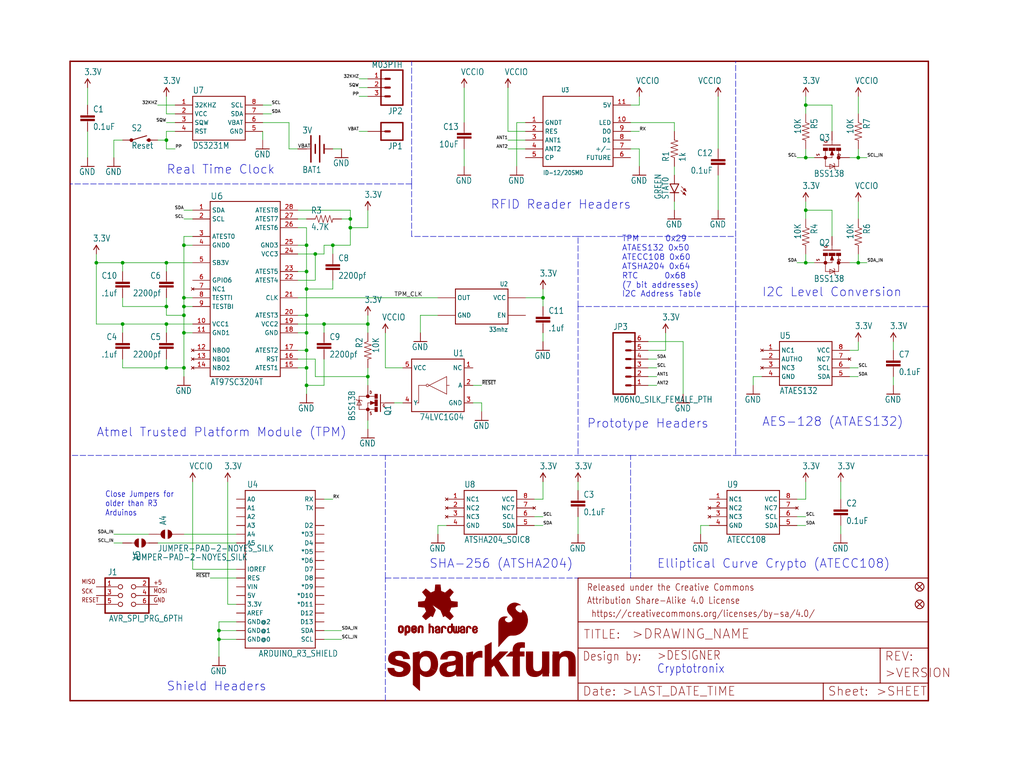
<source format=kicad_sch>
(kicad_sch (version 20211123) (generator eeschema)
  (paper "User" 297.002 223.926)
  (lib_symbols
    (symbol "eagleSchem-eagle-import:0.1UF-25V(+80{slash}-20%)(0603)"
      (property "Reference" "C" (at 1.524 2.921 0))
      (property "Value" "0.1UF-25V(+80{slash}-20%)(0603)" (at 1.524 -2.159 0))
      (symbol "0.1UF-25V(+80{slash}-20%)(0603)_1_0"
        (pin passive line (at 0 5.08 270) (length 2.54) (name "1") (number "1"))
        (pin passive line (at 0 -2.54 90) (length 2.54) (name "2") (number "2"))
      )
    )
    (symbol "eagleSchem-eagle-import:10KOHM-1{slash}10W-1%(0603)0603"
      (property "Reference" "R" (at -3.81 1.4986 0))
      (property "Value" "10KOHM-1{slash}10W-1%(0603)0603" (at -3.81 -3.302 0))
      (symbol "10KOHM-1{slash}10W-1%(0603)0603_1_0"
        (pin passive line (at -5.08 0 0) (length 2.54) (name "1") (number "1"))
        (pin passive line (at 5.08 0 180) (length 2.54) (name "2") (number "2"))
      )
    )
    (symbol "eagleSchem-eagle-import:10UF50V20%(1210)"
      (property "Reference" "C" (at 1.524 2.921 0))
      (property "Value" "10UF50V20%(1210)" (at 1.524 -2.159 0))
      (symbol "10UF50V20%(1210)_1_0"
        (pin passive line (at 0 5.08 270) (length 2.54) (name "1") (number "1"))
        (pin passive line (at 0 -2.54 90) (length 2.54) (name "2") (number "2"))
      )
    )
    (symbol "eagleSchem-eagle-import:1K-1%"
      (property "Reference" "R" (at -3.81 1.4986 0))
      (property "Value" "1K-1%" (at -3.81 -3.302 0))
      (symbol "1K-1%_1_0"
        (pin passive line (at -5.08 0 0) (length 2.54) (name "1") (number "1"))
        (pin passive line (at 5.08 0 180) (length 2.54) (name "2") (number "2"))
      )
    )
    (symbol "eagleSchem-eagle-import:2.2NF{slash}2200PF-50V-10%(0603)"
      (property "Reference" "C" (at 1.524 2.921 0))
      (property "Value" "2.2NF{slash}2200PF-50V-10%(0603)" (at 1.524 -2.159 0))
      (symbol "2.2NF{slash}2200PF-50V-10%(0603)_1_0"
        (pin passive line (at 0 5.08 270) (length 2.54) (name "1") (number "1"))
        (pin passive line (at 0 -2.54 90) (length 2.54) (name "2") (number "2"))
      )
    )
    (symbol "eagleSchem-eagle-import:3.3V" (power)
      (property "Value" "3.3V" (at -1.016 3.556 0))
      (symbol "3.3V_1_0"
        (pin power_in line (at 0 0 90) (length 2.54) (name "3.3V") (number "1"))
      )
    )
    (symbol "eagleSchem-eagle-import:33MHZ-OSCILLATOR"
      (property "Reference" "U" (at -7.62 5.842 0))
      (property "Value" "33MHZ-OSCILLATOR" (at -7.62 -7.366 0))
      (symbol "33MHZ-OSCILLATOR_1_0"
        (pin bidirectional line (at -12.7 -2.54 0) (length 5.08) (name "EN") (number "1"))
        (pin bidirectional line (at 12.7 -2.54 180) (length 5.08) (name "GND") (number "2"))
        (pin bidirectional line (at 12.7 2.54 180) (length 5.08) (name "OUT") (number "3"))
        (pin bidirectional line (at -12.7 2.54 0) (length 5.08) (name "VCC") (number "4"))
      )
    )
    (symbol "eagleSchem-eagle-import:4.7KOHM1{slash}10W1%(0603)"
      (property "Reference" "R" (at -3.81 1.4986 0))
      (property "Value" "4.7KOHM1{slash}10W1%(0603)" (at -3.81 -3.302 0))
      (symbol "4.7KOHM1{slash}10W1%(0603)_1_0"
        (pin passive line (at -5.08 0 0) (length 2.54) (name "1") (number "1"))
        (pin passive line (at 5.08 0 180) (length 2.54) (name "2") (number "2"))
      )
    )
    (symbol "eagleSchem-eagle-import:ARDUINO_R3_SHIELD"
      (property "Reference" "J" (at -9.652 21.082 0))
      (property "Value" "ARDUINO_R3_SHIELD" (at -6.35 -27.94 0))
      (symbol "ARDUINO_R3_SHIELD_1_0"
        (pin bidirectional line (at -12.7 -12.7 0) (length 2.54) (name "3.3V") (number "3.3V"))
        (pin bidirectional line (at -12.7 -10.16 0) (length 2.54) (name "5V") (number "5V"))
        (pin bidirectional line (at -12.7 17.78 0) (length 2.54) (name "A0") (number "A0"))
        (pin bidirectional line (at -12.7 15.24 0) (length 2.54) (name "A1") (number "A1"))
        (pin bidirectional line (at -12.7 12.7 0) (length 2.54) (name "A2") (number "A2"))
        (pin bidirectional line (at -12.7 10.16 0) (length 2.54) (name "A3") (number "A3"))
        (pin bidirectional line (at -12.7 7.62 0) (length 2.54) (name "A4") (number "A4"))
        (pin bidirectional line (at -12.7 5.08 0) (length 2.54) (name "A5") (number "A5"))
        (pin bidirectional line (at -12.7 -15.24 0) (length 2.54) (name "AREF") (number "AREF"))
        (pin bidirectional line (at 12.7 -10.16 180) (length 2.54) (name "*D10") (number "D10"))
        (pin bidirectional line (at 12.7 -12.7 180) (length 2.54) (name "*D11") (number "D11"))
        (pin bidirectional line (at 12.7 -15.24 180) (length 2.54) (name "D12") (number "D12"))
        (pin bidirectional line (at 12.7 -17.78 180) (length 2.54) (name "D13") (number "D13"))
        (pin bidirectional line (at 12.7 10.16 180) (length 2.54) (name "D2") (number "D2"))
        (pin bidirectional line (at 12.7 7.62 180) (length 2.54) (name "*D3") (number "D3"))
        (pin bidirectional line (at 12.7 5.08 180) (length 2.54) (name "D4") (number "D4"))
        (pin bidirectional line (at 12.7 2.54 180) (length 2.54) (name "*D5") (number "D5"))
        (pin bidirectional line (at 12.7 0 180) (length 2.54) (name "*D6") (number "D6"))
        (pin bidirectional line (at 12.7 -2.54 180) (length 2.54) (name "D7") (number "D7"))
        (pin bidirectional line (at 12.7 -5.08 180) (length 2.54) (name "D8") (number "D8"))
        (pin bidirectional line (at 12.7 -7.62 180) (length 2.54) (name "*D9") (number "D9"))
        (pin bidirectional line (at -12.7 -22.86 0) (length 2.54) (name "GND@0") (number "GND@0"))
        (pin bidirectional line (at -12.7 -20.32 0) (length 2.54) (name "GND@1") (number "GND@1"))
        (pin bidirectional line (at -12.7 -17.78 0) (length 2.54) (name "GND@2") (number "GND@2"))
        (pin bidirectional line (at -12.7 -2.54 0) (length 2.54) (name "IOREF") (number "IOREF"))
        (pin bidirectional line (at -12.7 -5.08 0) (length 2.54) (name "RES") (number "RES"))
        (pin bidirectional line (at 12.7 17.78 180) (length 2.54) (name "RX") (number "RX"))
        (pin bidirectional line (at 12.7 -22.86 180) (length 2.54) (name "SCL") (number "SCL"))
        (pin bidirectional line (at 12.7 -20.32 180) (length 2.54) (name "SDA") (number "SDA"))
        (pin bidirectional line (at 12.7 15.24 180) (length 2.54) (name "TX") (number "TX"))
        (pin bidirectional line (at -12.7 -7.62 0) (length 2.54) (name "VIN") (number "VIN"))
      )
    )
    (symbol "eagleSchem-eagle-import:AT97SC3204T"
      (property "Reference" "U" (at -25.4 38.1 0))
      (property "Value" "AT97SC3204T" (at -25.4 -17.78 0))
      (symbol "AT97SC3204T_1_0"
        (pin bidirectional line (at -30.48 33.02 0) (length 5.08) (name "SDA") (number "1"))
        (pin power_in line (at -30.48 0 0) (length 5.08) (name "VCC1") (number "10"))
        (pin power_in line (at -30.48 -2.54 0) (length 5.08) (name "GND1") (number "11"))
        (pin no_connect line (at -30.48 -7.62 0) (length 5.08) (name "NBO0") (number "12"))
        (pin no_connect line (at -30.48 -10.16 0) (length 5.08) (name "NBO1") (number "13"))
        (pin no_connect line (at -30.48 -12.7 0) (length 5.08) (name "NBO2") (number "14"))
        (pin power_in line (at 0 -12.7 180) (length 5.08) (name "ATEST1") (number "15"))
        (pin bidirectional line (at 0 -10.16 180) (length 5.08) (name "RST") (number "16"))
        (pin power_in line (at 0 -7.62 180) (length 5.08) (name "ATEST2") (number "17"))
        (pin power_in line (at 0 -2.54 180) (length 5.08) (name "GND") (number "18"))
        (pin power_in line (at 0 0 180) (length 5.08) (name "VCC2") (number "19"))
        (pin bidirectional line (at -30.48 30.48 0) (length 5.08) (name "SCL") (number "2"))
        (pin power_in line (at 0 2.54 180) (length 5.08) (name "ATEST3") (number "20"))
        (pin bidirectional line (at 0 7.62 180) (length 5.08) (name "CLK") (number "21"))
        (pin power_in line (at 0 12.7 180) (length 5.08) (name "ATEST4") (number "22"))
        (pin power_in line (at 0 15.24 180) (length 5.08) (name "ATEST5") (number "23"))
        (pin power_in line (at 0 20.32 180) (length 5.08) (name "VCC3") (number "24"))
        (pin power_in line (at 0 22.86 180) (length 5.08) (name "GND3") (number "25"))
        (pin power_in line (at 0 27.94 180) (length 5.08) (name "ATEST6") (number "26"))
        (pin power_in line (at 0 30.48 180) (length 5.08) (name "ATEST7") (number "27"))
        (pin power_in line (at 0 33.02 180) (length 5.08) (name "ATEST8") (number "28"))
        (pin power_in line (at -30.48 25.4 0) (length 5.08) (name "ATEST0") (number "3"))
        (pin power_in line (at -30.48 22.86 0) (length 5.08) (name "GND0") (number "4"))
        (pin power_in line (at -30.48 17.78 0) (length 5.08) (name "SB3V") (number "5"))
        (pin bidirectional line (at -30.48 12.7 0) (length 5.08) (name "GPIO6") (number "6"))
        (pin no_connect line (at -30.48 10.16 0) (length 5.08) (name "NC1") (number "7"))
        (pin power_in line (at -30.48 7.62 0) (length 5.08) (name "TESTTI") (number "8"))
        (pin power_in line (at -30.48 5.08 0) (length 5.08) (name "TESTBI") (number "9"))
      )
    )
    (symbol "eagleSchem-eagle-import:ATAES132"
      (property "Reference" "AES" (at -7.62 5.842 0))
      (property "Value" "ATAES132" (at -7.62 -10.16 0))
      (symbol "ATAES132_1_0"
        (pin no_connect line (at -12.7 2.54 0) (length 5.08) (name "NC1") (number "1"))
        (pin bidirectional line (at -12.7 0 0) (length 5.08) (name "AUTHO") (number "2"))
        (pin no_connect line (at -12.7 -2.54 0) (length 5.08) (name "NC3") (number "3"))
        (pin power_in line (at -12.7 -5.08 0) (length 5.08) (name "GND") (number "4"))
        (pin bidirectional line (at 12.7 -5.08 180) (length 5.08) (name "SDA") (number "5"))
        (pin bidirectional line (at 12.7 -2.54 180) (length 5.08) (name "SCL") (number "6"))
        (pin no_connect line (at 12.7 0 180) (length 5.08) (name "NC7") (number "7"))
        (pin power_in line (at 12.7 2.54 180) (length 5.08) (name "VCC") (number "8"))
      )
    )
    (symbol "eagleSchem-eagle-import:ATECC108"
      (property "Reference" "U" (at -7.62 5.842 0))
      (property "Value" "ATECC108" (at -7.62 -10.16 0))
      (symbol "ATECC108_1_0"
        (pin bidirectional line (at -12.7 2.54 0) (length 5.08) (name "NC1") (number "1"))
        (pin no_connect line (at -12.7 0 0) (length 5.08) (name "NC2") (number "2"))
        (pin no_connect line (at -12.7 -2.54 0) (length 5.08) (name "NC3") (number "3"))
        (pin power_in line (at -12.7 -5.08 0) (length 5.08) (name "GND") (number "4"))
        (pin bidirectional line (at 12.7 -5.08 180) (length 5.08) (name "SDA") (number "5"))
        (pin bidirectional line (at 12.7 -2.54 180) (length 5.08) (name "SCL") (number "6"))
        (pin no_connect line (at 12.7 0 180) (length 5.08) (name "NC7") (number "7"))
        (pin power_in line (at 12.7 2.54 180) (length 5.08) (name "VCC") (number "8"))
      )
    )
    (symbol "eagleSchem-eagle-import:ATSHA204_SOIC8"
      (property "Reference" "U" (at -7.62 5.842 0))
      (property "Value" "ATSHA204_SOIC8" (at -7.62 -10.16 0))
      (symbol "ATSHA204_SOIC8_1_0"
        (pin no_connect line (at -12.7 2.54 0) (length 5.08) (name "NC1") (number "1"))
        (pin no_connect line (at -12.7 0 0) (length 5.08) (name "NC2") (number "2"))
        (pin no_connect line (at -12.7 -2.54 0) (length 5.08) (name "NC3") (number "3"))
        (pin power_in line (at -12.7 -5.08 0) (length 5.08) (name "GND") (number "4"))
        (pin bidirectional line (at 12.7 -5.08 180) (length 5.08) (name "SDA") (number "5"))
        (pin bidirectional line (at 12.7 -2.54 180) (length 5.08) (name "SCL") (number "6"))
        (pin no_connect line (at 12.7 0 180) (length 5.08) (name "NC7") (number "7"))
        (pin power_in line (at 12.7 2.54 180) (length 5.08) (name "VCC") (number "8"))
      )
    )
    (symbol "eagleSchem-eagle-import:AVR_SPI_PRG_6PTH"
      (property "Reference" "J" (at -4.318 5.842 0))
      (property "Value" "AVR_SPI_PRG_6PTH" (at -4.064 -7.62 0))
      (symbol "AVR_SPI_PRG_6PTH_1_0"
        (text "+5" (at 8.89 3.048 0) (effects (font (size 1.27 1.0795)) (justify left bottom)))
        (text "GND" (at 8.89 -2.032 0) (effects (font (size 1.27 1.0795)) (justify left bottom)))
        (text "MISO" (at -11.938 3.302 0) (effects (font (size 1.27 1.0795)) (justify left bottom)))
        (text "MOSI" (at 8.89 0.635 0) (effects (font (size 1.27 1.0795)) (justify left bottom)))
        (text "RESET" (at -11.938 -2.032 0) (effects (font (size 1.27 1.0795)) (justify left bottom)))
        (text "SCK" (at -11.938 0.508 0) (effects (font (size 1.27 1.0795)) (justify left bottom)))
        (pin passive inverted (at -7.62 2.54 0) (length 7.62) (name "1") (number "1"))
        (pin passive inverted (at 10.16 2.54 180) (length 7.62) (name "2") (number "2"))
        (pin passive inverted (at -7.62 0 0) (length 7.62) (name "3") (number "3"))
        (pin passive inverted (at 10.16 0 180) (length 7.62) (name "4") (number "4"))
        (pin passive inverted (at -7.62 -2.54 0) (length 7.62) (name "5") (number "5"))
        (pin passive inverted (at 10.16 -2.54 180) (length 7.62) (name "6") (number "6"))
      )
    )
    (symbol "eagleSchem-eagle-import:BATTERY12MM"
      (property "Reference" "BAT" (at -3.81 5.08 0))
      (property "Value" "BATTERY12MM" (at -3.81 -6.35 0))
      (symbol "BATTERY12MM_1_0"
        (pin power_in line (at 5.08 0 180) (length 2.54) (name "-") (number "GND"))
        (pin power_in line (at -5.08 0 0) (length 2.54) (name "+") (number "PWR@1"))
      )
    )
    (symbol "eagleSchem-eagle-import:DS3231M"
      (property "Reference" "RTC" (at -7.62 8.382 0))
      (property "Value" "DS3231M" (at -7.62 -7.62 0))
      (symbol "DS3231M_1_0"
        (pin output line (at -12.7 5.08 0) (length 5.08) (name "32KHZ") (number "1"))
        (pin power_in line (at -12.7 2.54 0) (length 5.08) (name "VCC") (number "2"))
        (pin output line (at -12.7 0 0) (length 5.08) (name "SQW") (number "3"))
        (pin bidirectional line (at -12.7 -2.54 0) (length 5.08) (name "RST") (number "4"))
        (pin power_in line (at 12.7 -2.54 180) (length 5.08) (name "GND") (number "5"))
        (pin power_in line (at 12.7 0 180) (length 5.08) (name "VBAT") (number "6"))
        (pin bidirectional line (at 12.7 2.54 180) (length 5.08) (name "SDA") (number "7"))
        (pin bidirectional line (at 12.7 5.08 180) (length 5.08) (name "SCL") (number "8"))
      )
    )
    (symbol "eagleSchem-eagle-import:FIDUCIAL1X2")
    (symbol "eagleSchem-eagle-import:FRAME-LETTER"
      (symbol "FRAME-LETTER_2_0"
        (text " https://creativecommons.org/licenses/by-sa/4.0/" (at 2.54 24.13 0) (effects (font (size 1.9304 1.6408)) (justify left bottom)))
        (text ">DESIGNER" (at 22.86 11.684 0) (effects (font (size 2.54 2.159)) (justify left bottom)))
        (text ">DRAWING_NAME" (at 15.494 17.78 0) (effects (font (size 2.7432 2.7432)) (justify left bottom)))
        (text ">LAST_DATE_TIME" (at 12.7 1.27 0) (effects (font (size 2.54 2.54)) (justify left bottom)))
        (text ">SHEET" (at 86.36 1.27 0) (effects (font (size 2.54 2.54)) (justify left bottom)))
        (text ">VERSION" (at 88.9 6.604 0) (effects (font (size 2.54 2.54)) (justify left bottom)))
        (text "Attribution Share-Alike 4.0 License" (at 2.54 27.94 0) (effects (font (size 1.9304 1.6408)) (justify left bottom)))
        (text "Date:" (at 1.27 1.27 0) (effects (font (size 2.54 2.54)) (justify left bottom)))
        (text "Design by:" (at 1.27 11.43 0) (effects (font (size 2.54 2.159)) (justify left bottom)))
        (text "Released under the Creative Commons" (at 2.54 31.75 0) (effects (font (size 1.9304 1.6408)) (justify left bottom)))
        (text "REV:" (at 88.9 11.43 0) (effects (font (size 2.54 2.54)) (justify left bottom)))
        (text "Sheet:" (at 72.39 1.27 0) (effects (font (size 2.54 2.54)) (justify left bottom)))
        (text "TITLE:" (at 1.524 17.78 0) (effects (font (size 2.54 2.54)) (justify left bottom)))
      )
    )
    (symbol "eagleSchem-eagle-import:GND" (power)
      (property "Value" "GND" (at -2.54 -2.54 0))
      (symbol "GND_1_0"
        (pin power_in line (at 0 2.54 270) (length 2.54) (name "GND") (number "1"))
      )
    )
    (symbol "eagleSchem-eagle-import:ID-12{slash}20SMD"
      (property "Value" "ID-12{slash}20SMD" (at -10.16 -12.7 0))
      (symbol "ID-12{slash}20SMD_1_0"
        (pin bidirectional line (at -15.24 2.54 0) (length 5.08) (name "GNDT") (number "1"))
        (pin bidirectional line (at 15.24 2.54 180) (length 5.08) (name "LED") (number "10"))
        (pin bidirectional line (at 15.24 7.62 180) (length 5.08) (name "5V") (number "11"))
        (pin bidirectional line (at -15.24 0 0) (length 5.08) (name "RES") (number "2"))
        (pin bidirectional line (at -15.24 -2.54 0) (length 5.08) (name "ANT1") (number "3"))
        (pin bidirectional line (at -15.24 -5.08 0) (length 5.08) (name "ANT2") (number "4"))
        (pin bidirectional line (at -15.24 -7.62 0) (length 5.08) (name "CP") (number "5"))
        (pin bidirectional line (at 15.24 -7.62 180) (length 5.08) (name "FUTURE") (number "6"))
        (pin bidirectional line (at 15.24 -5.08 180) (length 5.08) (name "+/-") (number "7"))
        (pin bidirectional line (at 15.24 -2.54 180) (length 5.08) (name "D1") (number "8"))
        (pin bidirectional line (at 15.24 0 180) (length 5.08) (name "D0") (number "9"))
      )
    )
    (symbol "eagleSchem-eagle-import:INVERTER_SOT353-5"
      (property "Reference" "U" (at -7.62 8.382 0))
      (property "Value" "INVERTER_SOT353-5" (at -7.62 -10.16 0))
      (symbol "INVERTER_SOT353-5_1_0"
        (pin bidirectional line (at -10.16 5.08 0) (length 2.54) (name "NC") (number "1"))
        (pin bidirectional line (at -10.16 0 0) (length 2.54) (name "A") (number "2"))
        (pin bidirectional line (at -10.16 -5.08 0) (length 2.54) (name "GND") (number "3"))
        (pin bidirectional line (at 10.16 -5.08 180) (length 2.54) (name "Y") (number "4"))
        (pin bidirectional line (at 10.16 5.08 180) (length 2.54) (name "VCC") (number "5"))
      )
    )
    (symbol "eagleSchem-eagle-import:JUMPER-PAD-2-NOYES_SILK"
      (property "Reference" "SJ" (at -2.54 2.54 0))
      (property "Value" "JUMPER-PAD-2-NOYES_SILK" (at -2.54 -5.08 0))
      (symbol "JUMPER-PAD-2-NOYES_SILK_1_0"
        (pin passive line (at -5.08 0 0) (length 2.54) (name "1") (number "1"))
        (pin passive line (at 5.08 0 180) (length 2.54) (name "2") (number "2"))
      )
    )
    (symbol "eagleSchem-eagle-import:LED-GREEN0603"
      (property "Reference" "D" (at 3.556 -4.572 90))
      (property "Value" "LED-GREEN0603" (at 5.715 -4.572 90))
      (symbol "LED-GREEN0603_1_0"
        (pin passive line (at 0 2.54 270) (length 2.54) (name "A") (number "A"))
        (pin passive line (at 0 -5.08 90) (length 2.54) (name "C") (number "C"))
      )
    )
    (symbol "eagleSchem-eagle-import:M01PTH"
      (property "Reference" "JP" (at -2.54 3.302 0))
      (property "Value" "M01PTH" (at -2.54 -5.08 0))
      (symbol "M01PTH_1_0"
        (pin passive line (at 7.62 0 180) (length 5.08) (name "1") (number "1"))
      )
    )
    (symbol "eagleSchem-eagle-import:M03PTH"
      (property "Reference" "JP" (at -2.54 5.842 0))
      (property "Value" "M03PTH" (at -2.54 -7.62 0))
      (symbol "M03PTH_1_0"
        (pin passive line (at 7.62 -2.54 180) (length 5.08) (name "1") (number "1"))
        (pin passive line (at 7.62 0 180) (length 5.08) (name "2") (number "2"))
        (pin passive line (at 7.62 2.54 180) (length 5.08) (name "3") (number "3"))
      )
    )
    (symbol "eagleSchem-eagle-import:M06NO_SILK_FEMALE_PTH"
      (property "Reference" "JP" (at -5.08 10.922 0))
      (property "Value" "M06NO_SILK_FEMALE_PTH" (at -5.08 -10.16 0))
      (symbol "M06NO_SILK_FEMALE_PTH_1_0"
        (pin passive line (at 5.08 -5.08 180) (length 5.08) (name "1") (number "1"))
        (pin passive line (at 5.08 -2.54 180) (length 5.08) (name "2") (number "2"))
        (pin passive line (at 5.08 0 180) (length 5.08) (name "3") (number "3"))
        (pin passive line (at 5.08 2.54 180) (length 5.08) (name "4") (number "4"))
        (pin passive line (at 5.08 5.08 180) (length 5.08) (name "5") (number "5"))
        (pin passive line (at 5.08 7.62 180) (length 5.08) (name "6") (number "6"))
      )
    )
    (symbol "eagleSchem-eagle-import:MOSFET-NCHANNELBSS138"
      (property "Reference" "Q" (at 5.08 2.54 0))
      (property "Value" "MOSFET-NCHANNELBSS138" (at 5.08 0 0))
      (symbol "MOSFET-NCHANNELBSS138_1_0"
        (text "D" (at -1.27 2.54 0) (effects (font (size 0.8128 0.6908)) (justify left bottom)))
        (text "G" (at -5.08 -1.27 0) (effects (font (size 0.8128 0.6908)) (justify left bottom)))
        (text "S" (at -1.27 -3.556 0) (effects (font (size 0.8128 0.6908)) (justify left bottom)))
        (pin passive line (at -7.62 0 0) (length 2.54) (name "G") (number "1"))
        (pin passive line (at 0 -5.08 90) (length 2.54) (name "S") (number "2"))
        (pin passive line (at 0 5.08 270) (length 2.54) (name "D") (number "3"))
      )
    )
    (symbol "eagleSchem-eagle-import:OSHW-LOGOS")
    (symbol "eagleSchem-eagle-import:SFE_LOGO_NAME_FLAME.1_INCH")
    (symbol "eagleSchem-eagle-import:SWITCH-MOMENTARY-2SMD"
      (property "Reference" "S" (at -2.54 2.54 0))
      (property "Value" "SWITCH-MOMENTARY-2SMD" (at -2.54 -2.54 0))
      (symbol "SWITCH-MOMENTARY-2SMD_1_0"
        (pin passive line (at -5.08 0 0) (length 2.54) (name "1") (number "1"))
        (pin passive line (at 5.08 0 180) (length 2.54) (name "2") (number "3"))
      )
    )
    (symbol "eagleSchem-eagle-import:VCCIO" (power)
      (property "Value" "VCCIO" (at -1.016 3.556 0))
      (symbol "VCCIO_1_0"
        (pin power_in line (at 0 0 90) (length 2.54) (name "VCCIO") (number "1"))
      )
    )
  )
  (junction (at 53.34 96.52))
  (junction (at 101.6 66.04))
  (junction (at 88.9 71.12))
  (junction (at 48.26 93.98))
  (junction (at 35.56 93.98))
  (junction (at 233.68 76.2))
  (junction (at 88.9 101.6))
  (junction (at 88.9 83.82))
  (junction (at 93.98 93.98))
  (junction (at 63.5 185.42))
  (junction (at 233.68 30.48))
  (junction (at 48.26 76.2))
  (junction (at 88.9 111.76))
  (junction (at 53.34 106.68))
  (junction (at 48.26 106.68))
  (junction (at 88.9 78.74))
  (junction (at 63.5 182.88))
  (junction (at 106.68 109.22))
  (junction (at 96.52 71.12))
  (junction (at 248.92 76.2))
  (junction (at 248.92 45.72))
  (junction (at 88.9 106.68))
  (junction (at 48.26 88.9))
  (junction (at 35.56 76.2))
  (junction (at 101.6 63.5))
  (junction (at 88.9 96.52))
  (junction (at 157.48 86.36))
  (junction (at 48.26 40.64))
  (junction (at 106.68 93.98))
  (junction (at 53.34 91.44))
  (junction (at 91.44 73.66))
  (junction (at 233.68 45.72))
  (junction (at 233.68 60.96))
  (junction (at 53.34 86.36))
  (junction (at 53.34 71.12))
  (junction (at 88.9 91.44))
  (junction (at 53.34 88.9))
  (junction (at 27.94 76.2))
  (polyline (pts (xy 213.36 68.58) (xy 213.36 17.78)))
  (wire (pts (xy 53.34 154.94) (xy 68.58 154.94)))
  (wire (pts (xy 195.58 50.8) (xy 195.58 48.26)))
  (wire (pts (xy 137.16 116.84) (xy 139.7 116.84)))
  (wire (pts (xy 93.98 73.66) (xy 93.98 71.12)))
  (wire (pts (xy 48.26 40.64) (xy 48.26 38.1)))
  (wire (pts (xy 185.42 27.94) (xy 185.42 30.48)))
  (wire (pts (xy 86.36 104.14) (xy 91.44 104.14)))
  (wire (pts (xy 48.26 38.1) (xy 50.8 38.1)))
  (wire (pts (xy 53.34 91.44) (xy 53.34 88.9)))
  (wire (pts (xy 35.56 88.9) (xy 48.26 88.9)))
  (wire (pts (xy 53.34 96.52) (xy 53.34 91.44)))
  (wire (pts (xy 134.62 35.56) (xy 134.62 25.4)))
  (wire (pts (xy 48.26 43.18) (xy 48.26 40.64)))
  (wire (pts (xy 91.44 109.22) (xy 106.68 109.22)))
  (wire (pts (xy 53.34 88.9) (xy 53.34 86.36)))
  (wire (pts (xy 93.98 93.98) (xy 86.36 93.98)))
  (wire (pts (xy 88.9 78.74) (xy 88.9 83.82)))
  (wire (pts (xy 63.5 185.42) (xy 63.5 190.5)))
  (wire (pts (xy 101.6 60.96) (xy 101.6 63.5)))
  (wire (pts (xy 147.32 38.1) (xy 147.32 25.4)))
  (polyline (pts (xy 167.64 68.58) (xy 213.36 68.58)))
  (wire (pts (xy 241.3 60.96) (xy 233.68 60.96)))
  (wire (pts (xy 248.92 43.18) (xy 248.92 45.72)))
  (wire (pts (xy 78.74 30.48) (xy 76.2 30.48)))
  (wire (pts (xy 157.48 88.9) (xy 157.48 86.36)))
  (wire (pts (xy 187.96 99.06) (xy 198.12 99.06)))
  (wire (pts (xy 129.54 152.4) (xy 127 152.4)))
  (polyline (pts (xy 167.64 68.58) (xy 119.38 68.58)))
  (wire (pts (xy 88.9 101.6) (xy 88.9 106.68)))
  (wire (pts (xy 106.68 91.44) (xy 106.68 93.98)))
  (wire (pts (xy 233.68 30.48) (xy 233.68 27.94)))
  (wire (pts (xy 243.84 144.78) (xy 243.84 139.7)))
  (wire (pts (xy 106.68 22.86) (xy 104.14 22.86)))
  (wire (pts (xy 55.88 165.1) (xy 55.88 139.7)))
  (wire (pts (xy 241.3 30.48) (xy 233.68 30.48)))
  (wire (pts (xy 35.56 93.98) (xy 35.56 96.52)))
  (wire (pts (xy 35.56 86.36) (xy 35.56 88.9)))
  (wire (pts (xy 86.36 66.04) (xy 88.9 66.04)))
  (wire (pts (xy 205.74 152.4) (xy 203.2 152.4)))
  (wire (pts (xy 187.96 109.22) (xy 190.5 109.22)))
  (wire (pts (xy 86.36 86.36) (xy 127 86.36)))
  (wire (pts (xy 157.48 96.52) (xy 157.48 99.06)))
  (wire (pts (xy 137.16 111.76) (xy 139.7 111.76)))
  (wire (pts (xy 35.56 40.64) (xy 33.02 40.64)))
  (wire (pts (xy 246.38 109.22) (xy 248.92 109.22)))
  (wire (pts (xy 106.68 27.94) (xy 104.14 27.94)))
  (wire (pts (xy 88.9 71.12) (xy 88.9 78.74)))
  (polyline (pts (xy 119.38 53.34) (xy 20.32 53.34)))
  (polyline (pts (xy 167.64 88.9) (xy 167.64 68.58)))
  (polyline (pts (xy 167.64 88.9) (xy 213.36 88.9)))
  (wire (pts (xy 152.4 38.1) (xy 147.32 38.1)))
  (wire (pts (xy 96.52 83.82) (xy 88.9 83.82)))
  (wire (pts (xy 233.68 33.02) (xy 233.68 30.48)))
  (wire (pts (xy 53.34 106.68) (xy 53.34 96.52)))
  (wire (pts (xy 236.22 45.72) (xy 233.68 45.72)))
  (wire (pts (xy 55.88 96.52) (xy 53.34 96.52)))
  (wire (pts (xy 48.26 43.18) (xy 50.8 43.18)))
  (wire (pts (xy 50.8 33.02) (xy 48.26 33.02)))
  (wire (pts (xy 231.14 152.4) (xy 233.68 152.4)))
  (wire (pts (xy 93.98 144.78) (xy 96.52 144.78)))
  (wire (pts (xy 248.92 76.2) (xy 251.46 76.2)))
  (wire (pts (xy 185.42 43.18) (xy 185.42 48.26)))
  (wire (pts (xy 152.4 43.18) (xy 147.32 43.18)))
  (wire (pts (xy 241.3 68.58) (xy 241.3 60.96)))
  (wire (pts (xy 193.04 101.6) (xy 193.04 96.52)))
  (wire (pts (xy 203.2 152.4) (xy 203.2 154.94)))
  (wire (pts (xy 106.68 93.98) (xy 93.98 93.98)))
  (wire (pts (xy 35.56 157.48) (xy 33.02 157.48)))
  (wire (pts (xy 187.96 101.6) (xy 193.04 101.6)))
  (polyline (pts (xy 167.64 132.08) (xy 182.88 132.08)))
  (wire (pts (xy 233.68 139.7) (xy 233.68 144.78)))
  (wire (pts (xy 66.04 175.26) (xy 66.04 139.7)))
  (polyline (pts (xy 213.36 88.9) (xy 213.36 132.08)))
  (wire (pts (xy 167.64 142.24) (xy 167.64 139.7)))
  (polyline (pts (xy 111.76 167.64) (xy 167.64 167.64)))
  (wire (pts (xy 233.68 45.72) (xy 231.14 45.72)))
  (wire (pts (xy 134.62 43.18) (xy 134.62 48.26)))
  (wire (pts (xy 25.4 30.48) (xy 25.4 25.4)))
  (wire (pts (xy 63.5 182.88) (xy 63.5 185.42)))
  (wire (pts (xy 96.52 81.28) (xy 96.52 83.82)))
  (polyline (pts (xy 119.38 53.34) (xy 119.38 17.78)))
  (wire (pts (xy 88.9 66.04) (xy 88.9 71.12)))
  (wire (pts (xy 83.82 35.56) (xy 76.2 35.56)))
  (wire (pts (xy 106.68 124.46) (xy 106.68 121.92)))
  (polyline (pts (xy 213.36 132.08) (xy 269.24 132.08)))
  (polyline (pts (xy 111.76 203.2) (xy 111.76 167.64)))
  (wire (pts (xy 55.88 88.9) (xy 53.34 88.9)))
  (wire (pts (xy 195.58 58.42) (xy 195.58 60.96)))
  (wire (pts (xy 48.26 91.44) (xy 53.34 91.44)))
  (wire (pts (xy 182.88 43.18) (xy 185.42 43.18)))
  (polyline (pts (xy 269.24 88.9) (xy 213.36 88.9)))
  (wire (pts (xy 45.72 157.48) (xy 68.58 157.48)))
  (wire (pts (xy 86.36 63.5) (xy 88.9 63.5)))
  (wire (pts (xy 35.56 93.98) (xy 48.26 93.98)))
  (wire (pts (xy 248.92 99.06) (xy 248.92 101.6)))
  (wire (pts (xy 195.58 35.56) (xy 195.58 38.1)))
  (wire (pts (xy 152.4 40.64) (xy 147.32 40.64)))
  (wire (pts (xy 88.9 106.68) (xy 88.9 111.76)))
  (wire (pts (xy 233.68 60.96) (xy 233.68 58.42)))
  (wire (pts (xy 218.44 111.76) (xy 218.44 109.22)))
  (wire (pts (xy 78.74 33.02) (xy 76.2 33.02)))
  (wire (pts (xy 236.22 76.2) (xy 233.68 76.2)))
  (wire (pts (xy 96.52 43.18) (xy 99.06 43.18)))
  (wire (pts (xy 68.58 167.64) (xy 60.96 167.64)))
  (wire (pts (xy 68.58 185.42) (xy 63.5 185.42)))
  (wire (pts (xy 246.38 76.2) (xy 248.92 76.2)))
  (wire (pts (xy 218.44 109.22) (xy 220.98 109.22)))
  (wire (pts (xy 246.38 45.72) (xy 248.92 45.72)))
  (wire (pts (xy 27.94 76.2) (xy 27.94 93.98)))
  (wire (pts (xy 93.98 182.88) (xy 99.06 182.88)))
  (wire (pts (xy 48.26 86.36) (xy 48.26 88.9)))
  (wire (pts (xy 48.26 88.9) (xy 48.26 91.44)))
  (wire (pts (xy 86.36 96.52) (xy 88.9 96.52)))
  (wire (pts (xy 152.4 35.56) (xy 149.86 35.56)))
  (wire (pts (xy 55.88 68.58) (xy 53.34 68.58)))
  (wire (pts (xy 187.96 104.14) (xy 190.5 104.14)))
  (wire (pts (xy 157.48 144.78) (xy 157.48 139.7)))
  (wire (pts (xy 50.8 30.48) (xy 45.72 30.48)))
  (wire (pts (xy 86.36 81.28) (xy 91.44 81.28)))
  (wire (pts (xy 248.92 45.72) (xy 251.46 45.72)))
  (wire (pts (xy 63.5 180.34) (xy 63.5 182.88)))
  (wire (pts (xy 53.34 109.22) (xy 53.34 106.68)))
  (wire (pts (xy 35.56 76.2) (xy 35.56 78.74)))
  (wire (pts (xy 91.44 81.28) (xy 91.44 73.66)))
  (wire (pts (xy 76.2 38.1) (xy 76.2 40.64)))
  (wire (pts (xy 86.36 43.18) (xy 83.82 43.18)))
  (wire (pts (xy 53.34 68.58) (xy 53.34 71.12)))
  (wire (pts (xy 127 91.44) (xy 121.92 91.44)))
  (wire (pts (xy 55.88 63.5) (xy 53.34 63.5)))
  (wire (pts (xy 43.18 154.94) (xy 33.02 154.94)))
  (wire (pts (xy 187.96 106.68) (xy 190.5 106.68)))
  (wire (pts (xy 48.26 93.98) (xy 55.88 93.98)))
  (wire (pts (xy 93.98 71.12) (xy 96.52 71.12)))
  (wire (pts (xy 99.06 63.5) (xy 101.6 63.5)))
  (wire (pts (xy 88.9 111.76) (xy 88.9 114.3)))
  (wire (pts (xy 86.36 101.6) (xy 88.9 101.6)))
  (wire (pts (xy 248.92 101.6) (xy 246.38 101.6)))
  (wire (pts (xy 35.56 106.68) (xy 48.26 106.68)))
  (wire (pts (xy 233.68 76.2) (xy 231.14 76.2)))
  (wire (pts (xy 233.68 63.5) (xy 233.68 60.96)))
  (wire (pts (xy 259.08 101.6) (xy 259.08 99.06)))
  (wire (pts (xy 231.14 144.78) (xy 233.68 144.78)))
  (wire (pts (xy 121.92 91.44) (xy 121.92 96.52)))
  (wire (pts (xy 86.36 60.96) (xy 101.6 60.96)))
  (wire (pts (xy 106.68 109.22) (xy 106.68 111.76)))
  (wire (pts (xy 101.6 63.5) (xy 101.6 66.04)))
  (wire (pts (xy 35.56 76.2) (xy 27.94 76.2)))
  (wire (pts (xy 101.6 66.04) (xy 101.6 71.12)))
  (polyline (pts (xy 167.64 88.9) (xy 167.64 132.08)))
  (wire (pts (xy 154.94 149.86) (xy 157.48 149.86)))
  (polyline (pts (xy 119.38 68.58) (xy 119.38 53.34)))
  (wire (pts (xy 86.36 106.68) (xy 88.9 106.68)))
  (wire (pts (xy 93.98 185.42) (xy 99.06 185.42)))
  (polyline (pts (xy 182.88 167.64) (xy 182.88 132.08)))
  (wire (pts (xy 139.7 116.84) (xy 139.7 119.38)))
  (wire (pts (xy 88.9 91.44) (xy 88.9 96.52)))
  (wire (pts (xy 68.58 182.88) (xy 63.5 182.88)))
  (wire (pts (xy 48.26 76.2) (xy 48.26 78.74)))
  (wire (pts (xy 182.88 35.56) (xy 195.58 35.56)))
  (wire (pts (xy 241.3 38.1) (xy 241.3 30.48)))
  (wire (pts (xy 106.68 109.22) (xy 106.68 106.68)))
  (wire (pts (xy 68.58 175.26) (xy 66.04 175.26)))
  (wire (pts (xy 208.28 50.8) (xy 208.28 60.96)))
  (wire (pts (xy 83.82 43.18) (xy 83.82 35.56)))
  (wire (pts (xy 208.28 43.18) (xy 208.28 27.94)))
  (polyline (pts (xy 111.76 167.64) (xy 111.76 132.08)))
  (wire (pts (xy 106.68 96.52) (xy 106.68 93.98)))
  (wire (pts (xy 246.38 106.68) (xy 248.92 106.68)))
  (wire (pts (xy 154.94 152.4) (xy 157.48 152.4)))
  (wire (pts (xy 106.68 66.04) (xy 101.6 66.04)))
  (wire (pts (xy 68.58 180.34) (xy 63.5 180.34)))
  (wire (pts (xy 55.88 71.12) (xy 53.34 71.12)))
  (wire (pts (xy 198.12 99.06) (xy 198.12 114.3)))
  (wire (pts (xy 259.08 111.76) (xy 259.08 109.22)))
  (wire (pts (xy 233.68 73.66) (xy 233.68 76.2)))
  (wire (pts (xy 68.58 165.1) (xy 55.88 165.1)))
  (wire (pts (xy 152.4 86.36) (xy 157.48 86.36)))
  (wire (pts (xy 25.4 38.1) (xy 25.4 45.72)))
  (wire (pts (xy 248.92 73.66) (xy 248.92 76.2)))
  (wire (pts (xy 55.88 76.2) (xy 48.26 76.2)))
  (wire (pts (xy 55.88 60.96) (xy 53.34 60.96)))
  (wire (pts (xy 48.26 104.14) (xy 48.26 106.68)))
  (wire (pts (xy 45.72 40.64) (xy 48.26 40.64)))
  (wire (pts (xy 91.44 104.14) (xy 91.44 109.22)))
  (wire (pts (xy 96.52 71.12) (xy 96.52 73.66)))
  (wire (pts (xy 88.9 83.82) (xy 88.9 91.44)))
  (polyline (pts (xy 111.76 132.08) (xy 167.64 132.08)))
  (wire (pts (xy 93.98 93.98) (xy 93.98 96.52)))
  (wire (pts (xy 88.9 96.52) (xy 88.9 101.6)))
  (wire (pts (xy 53.34 86.36) (xy 53.34 71.12)))
  (wire (pts (xy 187.96 111.76) (xy 190.5 111.76)))
  (wire (pts (xy 55.88 86.36) (xy 53.34 86.36)))
  (wire (pts (xy 182.88 30.48) (xy 185.42 30.48)))
  (wire (pts (xy 111.76 96.52) (xy 111.76 106.68)))
  (wire (pts (xy 50.8 35.56) (xy 48.26 35.56)))
  (wire (pts (xy 106.68 60.96) (xy 106.68 66.04)))
  (wire (pts (xy 101.6 71.12) (xy 96.52 71.12)))
  (polyline (pts (xy 213.36 88.9) (xy 213.36 68.58)))
  (wire (pts (xy 157.48 86.36) (xy 157.48 83.82)))
  (wire (pts (xy 248.92 63.5) (xy 248.92 58.42)))
  (wire (pts (xy 167.64 149.86) (xy 167.64 154.94)))
  (wire (pts (xy 154.94 144.78) (xy 157.48 144.78)))
  (wire (pts (xy 48.26 76.2) (xy 35.56 76.2)))
  (wire (pts (xy 149.86 35.56) (xy 149.86 48.26)))
  (wire (pts (xy 86.36 91.44) (xy 88.9 91.44)))
  (wire (pts (xy 93.98 111.76) (xy 88.9 111.76)))
  (wire (pts (xy 33.02 40.64) (xy 33.02 45.72)))
  (wire (pts (xy 86.36 78.74) (xy 88.9 78.74)))
  (wire (pts (xy 182.88 38.1) (xy 185.42 38.1)))
  (polyline (pts (xy 111.76 132.08) (xy 20.32 132.08)))
  (wire (pts (xy 231.14 149.86) (xy 233.68 149.86)))
  (wire (pts (xy 248.92 33.02) (xy 248.92 27.94)))
  (wire (pts (xy 106.68 38.1) (xy 104.14 38.1)))
  (wire (pts (xy 116.84 116.84) (xy 114.3 116.84)))
  (wire (pts (xy 48.26 33.02) (xy 48.26 27.94)))
  (wire (pts (xy 93.98 104.14) (xy 93.98 111.76)))
  (wire (pts (xy 243.84 152.4) (xy 243.84 154.94)))
  (wire (pts (xy 91.44 73.66) (xy 93.98 73.66)))
  (wire (pts (xy 27.94 93.98) (xy 35.56 93.98)))
  (polyline (pts (xy 182.88 132.08) (xy 213.36 132.08)))
  (wire (pts (xy 86.36 73.66) (xy 91.44 73.66)))
  (wire (pts (xy 111.76 106.68) (xy 116.84 106.68)))
  (wire (pts (xy 127 152.4) (xy 127 154.94)))
  (wire (pts (xy 35.56 104.14) (xy 35.56 106.68)))
  (wire (pts (xy 48.26 93.98) (xy 48.26 96.52)))
  (wire (pts (xy 86.36 71.12) (xy 88.9 71.12)))
  (wire (pts (xy 233.68 43.18) (xy 233.68 45.72)))
  (wire (pts (xy 27.94 73.66) (xy 27.94 76.2)))
  (wire (pts (xy 48.26 106.68) (xy 53.34 106.68)))
  (wire (pts (xy 106.68 25.4) (xy 104.14 25.4)))
  (text "Close Jumpers for\nolder than R3\nArduinos" (at 30.48 149.86 180) (effects (font (size 1.6764 1.4249)) (justify left bottom)))
  (text "Shield Headers" (at 48.26 200.66 180) (effects (font (size 2.54 2.54)) (justify left bottom)))
  (text "I2C Level Conversion" (at 220.98 86.36 180) (effects (font (size 2.54 2.54)) (justify left bottom)))
  (text "RFID Reader Headers" (at 142.24 60.96 180) (effects (font (size 2.54 2.54)) (justify left bottom)))
  (text "SHA-256 (ATSHA204)" (at 124.46 165.1 180) (effects (font (size 2.54 2.54)) (justify left bottom)))
  (text "AES-128 (ATAES132)" (at 220.98 123.952 180) (effects (font (size 2.54 2.54)) (justify left bottom)))
  (text "Prototype Headers" (at 170.18 124.46 180) (effects (font (size 2.54 2.54)) (justify left bottom)))
  (text "Real Time Clock" (at 48.26 50.8 180) (effects (font (size 2.54 2.54)) (justify left bottom)))
  (text "Cryptotronix" (at 190.5 195.58 180) (effects (font (size 2.54 2.159)) (justify left bottom)))
  (text "Atmel Trusted Platform Module (TPM)" (at 27.94 127 180) (effects (font (size 2.54 2.54)) (justify left bottom)))
  (text "TPM      0x29\nATAES132 0x50\nATECC108 0x60\nATSHA204 0x64\nRTC      0x68\n(7 bit addresses)" (at 180.34 83.82 0) (effects (font (size 1.6764 1.6764)) (justify left bottom)))
  (text "I2C Address Table" (at 180.34 86.36 180) (effects (font (size 1.6764 1.6764)) (justify left bottom)))
  (text "Elliptical Curve Crypto (ATECC108)" (at 190.5 165.1 180) (effects (font (size 2.54 2.54)) (justify left bottom)))
  (label "VBAT" (at 104.14 38.1 180) (effects (font (size 0.889 0.889))))
  (label "PP" (at 50.8 43.18 0) (effects (font (size 0.889 0.889))))
  (label "SCL" (at 157.48 149.86 0) (effects (font (size 0.889 0.889))))
  (label "ANT2" (at 190.5 111.76 0) (effects (font (size 0.889 0.889))))
  (label "SDA_IN" (at 99.06 182.88 0) (effects (font (size 0.889 0.889))))
  (label "SCL" (at 233.68 149.86 0) (effects (font (size 0.889 0.889))))
  (label "SCL" (at 53.34 63.5 180) (effects (font (size 0.889 0.889))))
  (label "VBAT" (at 86.36 43.18 0) (effects (font (size 1.016 1.016))))
  (label "SDA" (at 248.92 109.22 0) (effects (font (size 0.889 0.889))))
  (label "32KHZ" (at 45.72 30.48 180) (effects (font (size 0.889 0.889))))
  (label "SDA" (at 157.48 152.4 0) (effects (font (size 0.889 0.889))))
  (label "ANT1" (at 190.5 109.22 0) (effects (font (size 0.889 0.889))))
  (label "SDA" (at 53.34 60.96 180) (effects (font (size 0.889 0.889))))
  (label "SDA_IN" (at 33.02 154.94 180) (effects (font (size 0.889 0.889))))
  (label "SCL_IN" (at 251.46 45.72 0) (effects (font (size 0.889 0.889))))
  (label "SCL" (at 248.92 106.68 0) (effects (font (size 0.889 0.889))))
  (label "SDA" (at 78.74 33.02 0) (effects (font (size 0.889 0.889))))
  (label "SDA_IN" (at 251.46 76.2 0) (effects (font (size 0.889 0.889))))
  (label "~{RESET}" (at 139.7 111.76 0) (effects (font (size 0.889 0.889))))
  (label "SQW" (at 48.26 35.56 180) (effects (font (size 0.889 0.889))))
  (label "ANT1" (at 147.32 40.64 180) (effects (font (size 0.889 0.889))))
  (label "SCL_IN" (at 99.06 185.42 0) (effects (font (size 0.889 0.889))))
  (label "PP" (at 104.14 27.94 180) (effects (font (size 0.889 0.889))))
  (label "ANT2" (at 147.32 43.18 180) (effects (font (size 0.889 0.889))))
  (label "RX" (at 185.42 38.1 0) (effects (font (size 0.889 0.889))))
  (label "RX" (at 96.52 144.78 0) (effects (font (size 0.889 0.889))))
  (label "~{RESET}" (at 60.96 167.64 180) (effects (font (size 0.889 0.889))))
  (label "32KHZ" (at 104.14 22.86 180) (effects (font (size 0.889 0.889))))
  (label "TPM_CLK" (at 114.3 86.36 0) (effects (font (size 1.2446 1.2446))))
  (label "SCL" (at 190.5 106.68 0) (effects (font (size 0.889 0.889))))
  (label "SDA" (at 231.14 76.2 180) (effects (font (size 0.889 0.889))))
  (label "SCL_IN" (at 33.02 157.48 180) (effects (font (size 0.889 0.889))))
  (label "SQW" (at 104.14 25.4 180) (effects (font (size 0.889 0.889))))
  (label "SDA" (at 190.5 104.14 0) (effects (font (size 0.889 0.889))))
  (label "SCL" (at 231.14 45.72 180) (effects (font (size 0.889 0.889))))
  (label "SCL" (at 78.74 30.48 0) (effects (font (size 0.889 0.889))))
  (label "SDA" (at 233.68 152.4 0) (effects (font (size 0.889 0.889))))
  (symbol (lib_id "eagleSchem-eagle-import:JUMPER-PAD-2-NOYES_SILK") (at 48.26 154.94 0) (unit 1)
    (property "Reference" "A4" (at 48.26 152.4 90) (effects (font (size 1.778 1.5113)) (justify left bottom)))
    (property "Value" "JUMPER-PAD-2-NOYES_SILK" (at 45.72 160.02 0) (effects (font (size 1.778 1.5113)) (justify left bottom)))
    (property "Footprint" "eagleSchem:PAD-JUMPER-2-NO_YES_SILK" (effects hide))
  )
  (symbol (lib_id "eagleSchem-eagle-import:3.3V") (at 106.68 60.96 0) (unit 1)
    (property "Reference" "#SUPPLY9" (effects hide))
    (property "Value" "3.3V" (at 105.664 57.404 0) (effects (font (size 1.778 1.5113)) (justify left bottom)))
    (property "Footprint" "eagleSchem:" (effects hide))
  )
  (symbol (lib_id "eagleSchem-eagle-import:VCCIO") (at 248.92 58.42 0) (unit 1)
    (property "Reference" "#SUPPLY3" (effects hide))
    (property "Value" "VCCIO" (at 247.904 54.864 0) (effects (font (size 1.778 1.5113)) (justify left bottom)))
    (property "Footprint" "eagleSchem:" (effects hide))
  )
  (symbol (lib_id "eagleSchem-eagle-import:LED-GREEN0603") (at 195.58 53.34 0) (mirror y) (unit 1)
    (property "Reference" "STAT0" (at 192.024 57.912 90) (effects (font (size 1.778 1.5113)) (justify left bottom)))
    (property "Value" "GREEN" (at 189.865 57.912 90) (effects (font (size 1.778 1.5113)) (justify left bottom)))
    (property "Footprint" "eagleSchem:LED-0603" (effects hide))
  )
  (symbol (lib_id "eagleSchem-eagle-import:GND") (at 33.02 48.26 0) (unit 1)
    (property "Reference" "#GND6" (effects hide))
    (property "Value" "GND" (at 30.48 50.8 0) (effects (font (size 1.778 1.5113)) (justify left bottom)))
    (property "Footprint" "eagleSchem:" (effects hide))
  )
  (symbol (lib_id "eagleSchem-eagle-import:10KOHM-1{slash}10W-1%(0603)0603") (at 233.68 68.58 270) (unit 1)
    (property "Reference" "R4" (at 235.1786 64.77 0) (effects (font (size 1.778 1.5113)) (justify left bottom)))
    (property "Value" "10K" (at 230.378 64.77 0) (effects (font (size 1.778 1.5113)) (justify left bottom)))
    (property "Footprint" "eagleSchem:0603-RES" (effects hide))
  )
  (symbol (lib_id "eagleSchem-eagle-import:JUMPER-PAD-2-NOYES_SILK") (at 40.64 157.48 0) (unit 1)
    (property "Reference" "A5" (at 40.64 162.56 90) (effects (font (size 1.778 1.5113)) (justify left bottom)))
    (property "Value" "JUMPER-PAD-2-NOYES_SILK" (at 38.1 162.56 0) (effects (font (size 1.778 1.5113)) (justify left bottom)))
    (property "Footprint" "eagleSchem:PAD-JUMPER-2-NO_YES_SILK" (effects hide))
  )
  (symbol (lib_id "eagleSchem-eagle-import:VCCIO") (at 147.32 25.4 0) (unit 1)
    (property "Reference" "#SUPPLY4" (effects hide))
    (property "Value" "VCCIO" (at 146.304 21.844 0) (effects (font (size 1.778 1.5113)) (justify left bottom)))
    (property "Footprint" "eagleSchem:" (effects hide))
  )
  (symbol (lib_id "eagleSchem-eagle-import:3.3V") (at 27.94 73.66 0) (unit 1)
    (property "Reference" "#SUPPLY12" (effects hide))
    (property "Value" "3.3V" (at 26.924 70.104 0) (effects (font (size 1.778 1.5113)) (justify left bottom)))
    (property "Footprint" "eagleSchem:" (effects hide))
  )
  (symbol (lib_id "eagleSchem-eagle-import:GND") (at 127 157.48 0) (unit 1)
    (property "Reference" "#GND15" (effects hide))
    (property "Value" "GND" (at 124.46 160.02 0) (effects (font (size 1.778 1.5113)) (justify left bottom)))
    (property "Footprint" "eagleSchem:" (effects hide))
  )
  (symbol (lib_id "eagleSchem-eagle-import:GND") (at 167.64 157.48 0) (unit 1)
    (property "Reference" "#GND16" (effects hide))
    (property "Value" "GND" (at 165.1 160.02 0) (effects (font (size 1.778 1.5113)) (justify left bottom)))
    (property "Footprint" "eagleSchem:" (effects hide))
  )
  (symbol (lib_id "eagleSchem-eagle-import:GND") (at 203.2 157.48 0) (unit 1)
    (property "Reference" "#GND5" (effects hide))
    (property "Value" "GND" (at 200.66 160.02 0) (effects (font (size 1.778 1.5113)) (justify left bottom)))
    (property "Footprint" "eagleSchem:" (effects hide))
  )
  (symbol (lib_id "eagleSchem-eagle-import:GND") (at 25.4 48.26 0) (unit 1)
    (property "Reference" "#GND14" (effects hide))
    (property "Value" "GND" (at 22.86 50.8 0) (effects (font (size 1.778 1.5113)) (justify left bottom)))
    (property "Footprint" "eagleSchem:" (effects hide))
  )
  (symbol (lib_id "eagleSchem-eagle-import:2.2NF{slash}2200PF-50V-10%(0603)") (at 48.26 83.82 0) (mirror y) (unit 1)
    (property "Reference" "C6" (at 46.736 80.899 0) (effects (font (size 1.778 1.5113)) (justify left bottom)))
    (property "Value" "2200pf" (at 46.736 85.979 0) (effects (font (size 1.778 1.5113)) (justify left bottom)))
    (property "Footprint" "eagleSchem:0603-CAP" (effects hide))
  )
  (symbol (lib_id "eagleSchem-eagle-import:2.2NF{slash}2200PF-50V-10%(0603)") (at 48.26 101.6 0) (mirror y) (unit 1)
    (property "Reference" "C5" (at 46.736 98.679 0) (effects (font (size 1.778 1.5113)) (justify left bottom)))
    (property "Value" "2200pf" (at 46.736 103.759 0) (effects (font (size 1.778 1.5113)) (justify left bottom)))
    (property "Footprint" "eagleSchem:0603-CAP" (effects hide))
  )
  (symbol (lib_id "eagleSchem-eagle-import:GND") (at 185.42 50.8 0) (unit 1)
    (property "Reference" "#GND25" (effects hide))
    (property "Value" "GND" (at 182.88 53.34 0) (effects (font (size 1.778 1.5113)) (justify left bottom)))
    (property "Footprint" "eagleSchem:" (effects hide))
  )
  (symbol (lib_id "eagleSchem-eagle-import:0.1UF-25V(+80{slash}-20%)(0603)") (at 35.56 101.6 0) (mirror y) (unit 1)
    (property "Reference" "C4" (at 34.036 98.679 0) (effects (font (size 1.778 1.5113)) (justify left bottom)))
    (property "Value" ".1uf" (at 34.036 103.759 0) (effects (font (size 1.778 1.5113)) (justify left bottom)))
    (property "Footprint" "eagleSchem:0603-CAP" (effects hide))
  )
  (symbol (lib_id "eagleSchem-eagle-import:10KOHM-1{slash}10W-1%(0603)0603") (at 233.68 38.1 270) (unit 1)
    (property "Reference" "R5" (at 235.1786 34.29 0) (effects (font (size 1.778 1.5113)) (justify left bottom)))
    (property "Value" "10K" (at 230.378 34.29 0) (effects (font (size 1.778 1.5113)) (justify left bottom)))
    (property "Footprint" "eagleSchem:0603-RES" (effects hide))
  )
  (symbol (lib_id "eagleSchem-eagle-import:3.3V") (at 193.04 96.52 0) (unit 1)
    (property "Reference" "#SUPPLY19" (effects hide))
    (property "Value" "3.3V" (at 192.024 92.964 0) (effects (font (size 1.778 1.5113)) (justify left bottom)))
    (property "Footprint" "eagleSchem:" (effects hide))
  )
  (symbol (lib_id "eagleSchem-eagle-import:M03PTH") (at 114.3 25.4 180) (unit 1)
    (property "Reference" "JP2" (at 116.84 31.242 0) (effects (font (size 1.778 1.5113)) (justify left bottom)))
    (property "Value" "M03PTH" (at 116.84 17.78 0) (effects (font (size 1.778 1.5113)) (justify left bottom)))
    (property "Footprint" "eagleSchem:1X03" (effects hide))
  )
  (symbol (lib_id "eagleSchem-eagle-import:3.3V") (at 25.4 25.4 0) (unit 1)
    (property "Reference" "#SUPPLY13" (effects hide))
    (property "Value" "3.3V" (at 24.384 21.844 0) (effects (font (size 1.778 1.5113)) (justify left bottom)))
    (property "Footprint" "eagleSchem:" (effects hide))
  )
  (symbol (lib_id "eagleSchem-eagle-import:VCCIO") (at 248.92 27.94 0) (unit 1)
    (property "Reference" "#SUPPLY8" (effects hide))
    (property "Value" "VCCIO" (at 247.904 24.384 0) (effects (font (size 1.778 1.5113)) (justify left bottom)))
    (property "Footprint" "eagleSchem:" (effects hide))
  )
  (symbol (lib_id "eagleSchem-eagle-import:M06NO_SILK_FEMALE_PTH") (at 182.88 106.68 0) (unit 1)
    (property "Reference" "JP3" (at 177.8 95.758 0) (effects (font (size 1.778 1.5113)) (justify left bottom)))
    (property "Value" "M06NO_SILK_FEMALE_PTH" (at 177.8 116.84 0) (effects (font (size 1.778 1.5113)) (justify left bottom)))
    (property "Footprint" "eagleSchem:1X06_NO_SILK" (effects hide))
  )
  (symbol (lib_id "eagleSchem-eagle-import:GND") (at 149.86 50.8 0) (unit 1)
    (property "Reference" "#GND26" (effects hide))
    (property "Value" "GND" (at 147.32 53.34 0) (effects (font (size 1.778 1.5113)) (justify left bottom)))
    (property "Footprint" "eagleSchem:" (effects hide))
  )
  (symbol (lib_id "eagleSchem-eagle-import:3.3V") (at 106.68 91.44 0) (unit 1)
    (property "Reference" "#SUPPLY10" (effects hide))
    (property "Value" "3.3V" (at 105.664 87.884 0) (effects (font (size 1.778 1.5113)) (justify left bottom)))
    (property "Footprint" "eagleSchem:" (effects hide))
  )
  (symbol (lib_id "eagleSchem-eagle-import:3.3V") (at 243.84 139.7 0) (unit 1)
    (property "Reference" "#SUPPLY16" (effects hide))
    (property "Value" "3.3V" (at 242.824 136.144 0) (effects (font (size 1.778 1.5113)) (justify left bottom)))
    (property "Footprint" "eagleSchem:" (effects hide))
  )
  (symbol (lib_id "eagleSchem-eagle-import:ARDUINO_R3_SHIELD") (at 81.28 162.56 0) (unit 1)
    (property "Reference" "U4" (at 71.628 141.478 0) (effects (font (size 1.778 1.5113)) (justify left bottom)))
    (property "Value" "ARDUINO_R3_SHIELD" (at 74.93 190.5 0) (effects (font (size 1.778 1.5113)) (justify left bottom)))
    (property "Footprint" "eagleSchem:UNO_R3_SHIELD" (effects hide))
  )
  (symbol (lib_id "eagleSchem-eagle-import:INVERTER_SOT353-5") (at 127 111.76 0) (mirror y) (unit 1)
    (property "Reference" "U1" (at 134.62 103.378 0) (effects (font (size 1.778 1.5113)) (justify left bottom)))
    (property "Value" "74LVC1G04" (at 134.62 121.92 0) (effects (font (size 1.778 1.5113)) (justify left bottom)))
    (property "Footprint" "eagleSchem:SOT353" (effects hide))
  )
  (symbol (lib_id "eagleSchem-eagle-import:AVR_SPI_PRG_6PTH") (at 35.56 172.72 0) (unit 1)
    (property "Reference" "J1" (at 31.242 166.878 0) (effects (font (size 1.778 1.5113)) (justify left bottom)))
    (property "Value" "AVR_SPI_PRG_6PTH" (at 31.496 180.34 0) (effects (font (size 1.778 1.5113)) (justify left bottom)))
    (property "Footprint" "eagleSchem:2X3" (effects hide))
  )
  (symbol (lib_id "eagleSchem-eagle-import:3.3V") (at 233.68 139.7 0) (unit 1)
    (property "Reference" "#SUPPLY7" (effects hide))
    (property "Value" "3.3V" (at 232.664 136.144 0) (effects (font (size 1.778 1.5113)) (justify left bottom)))
    (property "Footprint" "eagleSchem:" (effects hide))
  )
  (symbol (lib_id "eagleSchem-eagle-import:ATSHA204_SOIC8") (at 142.24 147.32 0) (unit 1)
    (property "Reference" "U8" (at 134.62 141.478 0) (effects (font (size 1.778 1.5113)) (justify left bottom)))
    (property "Value" "ATSHA204_SOIC8" (at 134.62 157.48 0) (effects (font (size 1.778 1.5113)) (justify left bottom)))
    (property "Footprint" "eagleSchem:SOIC8" (effects hide))
  )
  (symbol (lib_id "eagleSchem-eagle-import:GND") (at 157.48 101.6 0) (unit 1)
    (property "Reference" "#GND19" (effects hide))
    (property "Value" "GND" (at 154.94 104.14 0) (effects (font (size 1.778 1.5113)) (justify left bottom)))
    (property "Footprint" "eagleSchem:" (effects hide))
  )
  (symbol (lib_id "eagleSchem-eagle-import:GND") (at 195.58 63.5 0) (unit 1)
    (property "Reference" "#GND29" (effects hide))
    (property "Value" "GND" (at 193.04 66.04 0) (effects (font (size 1.778 1.5113)) (justify left bottom)))
    (property "Footprint" "eagleSchem:" (effects hide))
  )
  (symbol (lib_id "eagleSchem-eagle-import:GND") (at 139.7 121.92 0) (unit 1)
    (property "Reference" "#GND12" (effects hide))
    (property "Value" "GND" (at 137.16 124.46 0) (effects (font (size 1.778 1.5113)) (justify left bottom)))
    (property "Footprint" "eagleSchem:" (effects hide))
  )
  (symbol (lib_id "eagleSchem-eagle-import:3.3V") (at 248.92 99.06 0) (unit 1)
    (property "Reference" "#SUPPLY23" (effects hide))
    (property "Value" "3.3V" (at 247.904 95.504 0) (effects (font (size 1.778 1.5113)) (justify left bottom)))
    (property "Footprint" "eagleSchem:" (effects hide))
  )
  (symbol (lib_id "eagleSchem-eagle-import:0.1UF-25V(+80{slash}-20%)(0603)") (at 259.08 106.68 0) (unit 1)
    (property "Reference" "C7" (at 260.604 103.759 0) (effects (font (size 1.778 1.5113)) (justify left bottom)))
    (property "Value" "0.1uF" (at 260.604 108.839 0) (effects (font (size 1.778 1.5113)) (justify left bottom)))
    (property "Footprint" "eagleSchem:0603-CAP" (effects hide))
  )
  (symbol (lib_id "eagleSchem-eagle-import:MOSFET-NCHANNELBSS138") (at 241.3 45.72 270) (unit 1)
    (property "Reference" "Q3" (at 237.49 40.894 90) (effects (font (size 1.778 1.5113)) (justify left bottom)))
    (property "Value" "BSS138" (at 235.966 51.308 90) (effects (font (size 1.778 1.5113)) (justify left bottom)))
    (property "Footprint" "eagleSchem:SOT23-3" (effects hide))
  )
  (symbol (lib_id "eagleSchem-eagle-import:GND") (at 53.34 111.76 0) (unit 1)
    (property "Reference" "#GND3" (effects hide))
    (property "Value" "GND" (at 50.8 114.3 0) (effects (font (size 1.778 1.5113)) (justify left bottom)))
    (property "Footprint" "eagleSchem:" (effects hide))
  )
  (symbol (lib_id "eagleSchem-eagle-import:FRAME-LETTER") (at 20.32 203.2 0) (unit 1)
    (property "Reference" "FRAME2" (effects hide))
    (property "Value" "FRAME-LETTER" (effects hide))
    (property "Footprint" "eagleSchem:CREATIVE_COMMONS" (effects hide))
    (property "Value" "FRAME-LETTER" (effects hide))
    (property "Value" "FRAME-LETTER" (effects hide))
  )
  (symbol (lib_id "eagleSchem-eagle-import:3.3V") (at 167.64 139.7 0) (unit 1)
    (property "Reference" "#SUPPLY15" (effects hide))
    (property "Value" "3.3V" (at 166.624 136.144 0) (effects (font (size 1.778 1.5113)) (justify left bottom)))
    (property "Footprint" "eagleSchem:" (effects hide))
  )
  (symbol (lib_id "eagleSchem-eagle-import:0.1UF-25V(+80{slash}-20%)(0603)") (at 25.4 35.56 0) (unit 1)
    (property "Reference" "C1" (at 26.924 32.639 0) (effects (font (size 1.778 1.5113)) (justify left bottom)))
    (property "Value" "0.1uF" (at 26.924 37.719 0) (effects (font (size 1.778 1.5113)) (justify left bottom)))
    (property "Footprint" "eagleSchem:0603-CAP" (effects hide))
  )
  (symbol (lib_id "eagleSchem-eagle-import:OSHW-LOGOS") (at 127 175.26 0) (unit 1)
    (property "Reference" "LOGO2" (effects hide))
    (property "Value" "OSHW-LOGOS" (effects hide))
    (property "Footprint" "eagleSchem:OSHW-LOGO-S" (effects hide))
  )
  (symbol (lib_id "eagleSchem-eagle-import:SWITCH-MOMENTARY-2SMD") (at 40.64 40.64 0) (unit 1)
    (property "Reference" "S2" (at 38.1 38.1 0) (effects (font (size 1.778 1.5113)) (justify left bottom)))
    (property "Value" "Reset" (at 38.1 43.18 0) (effects (font (size 1.778 1.5113)) (justify left bottom)))
    (property "Footprint" "eagleSchem:TACTILE-SWITCH-SMD" (effects hide))
  )
  (symbol (lib_id "eagleSchem-eagle-import:GND") (at 208.28 63.5 0) (unit 1)
    (property "Reference" "#GND9" (effects hide))
    (property "Value" "GND" (at 205.74 66.04 0) (effects (font (size 1.778 1.5113)) (justify left bottom)))
    (property "Footprint" "eagleSchem:" (effects hide))
  )
  (symbol (lib_id "eagleSchem-eagle-import:GND") (at 76.2 43.18 0) (unit 1)
    (property "Reference" "#GND2" (effects hide))
    (property "Value" "GND" (at 73.66 45.72 0) (effects (font (size 1.778 1.5113)) (justify left bottom)))
    (property "Footprint" "eagleSchem:" (effects hide))
  )
  (symbol (lib_id "eagleSchem-eagle-import:1K-1%") (at 195.58 43.18 90) (unit 1)
    (property "Reference" "R1" (at 194.0814 46.99 0) (effects (font (size 1.778 1.5113)) (justify left bottom)))
    (property "Value" "1k" (at 198.882 46.99 0) (effects (font (size 1.778 1.5113)) (justify left bottom)))
    (property "Footprint" "eagleSchem:0603-RES" (effects hide))
  )
  (symbol (lib_id "eagleSchem-eagle-import:MOSFET-NCHANNELBSS138") (at 106.68 116.84 0) (mirror y) (unit 1)
    (property "Reference" "Q1" (at 111.506 120.65 90) (effects (font (size 1.778 1.5113)) (justify left bottom)))
    (property "Value" "BSS138" (at 101.092 122.174 90) (effects (font (size 1.778 1.5113)) (justify left bottom)))
    (property "Footprint" "eagleSchem:SOT23-3" (effects hide))
  )
  (symbol (lib_id "eagleSchem-eagle-import:0.1UF-25V(+80{slash}-20%)(0603)") (at 208.28 48.26 0) (mirror y) (unit 1)
    (property "Reference" "C12" (at 206.756 45.339 0) (effects (font (size 1.778 1.5113)) (justify left bottom)))
    (property "Value" "0.1uF" (at 206.756 50.419 0) (effects (font (size 1.778 1.5113)) (justify left bottom)))
    (property "Footprint" "eagleSchem:0603-CAP" (effects hide))
  )
  (symbol (lib_id "eagleSchem-eagle-import:SFE_LOGO_NAME_FLAME.1_INCH") (at 111.76 200.66 0) (unit 1)
    (property "Reference" "LOGO3" (effects hide))
    (property "Value" "SFE_LOGO_NAME_FLAME.1_INCH" (effects hide))
    (property "Footprint" "eagleSchem:SFE_LOGO_NAME_FLAME_.1" (effects hide))
  )
  (symbol (lib_id "eagleSchem-eagle-import:DS3231M") (at 63.5 35.56 0) (unit 1)
    (property "Reference" "U7" (at 55.88 27.178 0) (effects (font (size 1.778 1.5113)) (justify left bottom)))
    (property "Value" "DS3231M" (at 55.88 43.18 0) (effects (font (size 1.778 1.5113)) (justify left bottom)))
    (property "Footprint" "eagleSchem:SOIC8" (effects hide))
  )
  (symbol (lib_id "eagleSchem-eagle-import:M01PTH") (at 114.3 38.1 180) (unit 1)
    (property "Reference" "JP1" (at 116.84 41.402 0) (effects (font (size 1.778 1.5113)) (justify left bottom)))
    (property "Value" "M01PTH" (effects hide))
    (property "Footprint" "eagleSchem:1X01" (effects hide))
  )
  (symbol (lib_id "eagleSchem-eagle-import:GND") (at 121.92 99.06 0) (unit 1)
    (property "Reference" "#GND18" (effects hide))
    (property "Value" "GND" (at 119.38 101.6 0) (effects (font (size 1.778 1.5113)) (justify left bottom)))
    (property "Footprint" "eagleSchem:" (effects hide))
  )
  (symbol (lib_id "eagleSchem-eagle-import:4.7KOHM1{slash}10W1%(0603)") (at 93.98 63.5 0) (unit 1)
    (property "Reference" "R3" (at 90.17 62.0014 0) (effects (font (size 1.778 1.5113)) (justify left bottom)))
    (property "Value" "4.7K" (at 90.17 66.802 0) (effects (font (size 1.778 1.5113)) (justify left bottom)))
    (property "Footprint" "eagleSchem:0603" (effects hide))
  )
  (symbol (lib_id "eagleSchem-eagle-import:2.2NF{slash}2200PF-50V-10%(0603)") (at 96.52 78.74 0) (unit 1)
    (property "Reference" "C8" (at 98.044 75.819 0) (effects (font (size 1.778 1.5113)) (justify left bottom)))
    (property "Value" "2200pf" (at 98.044 80.899 0) (effects (font (size 1.778 1.5113)) (justify left bottom)))
    (property "Footprint" "eagleSchem:0603-CAP" (effects hide))
  )
  (symbol (lib_id "eagleSchem-eagle-import:GND") (at 99.06 45.72 0) (unit 1)
    (property "Reference" "#GND1" (effects hide))
    (property "Value" "GND" (at 96.52 48.26 0) (effects (font (size 1.778 1.5113)) (justify left bottom)))
    (property "Footprint" "eagleSchem:" (effects hide))
  )
  (symbol (lib_id "eagleSchem-eagle-import:FRAME-LETTER") (at 167.64 203.2 0) (unit 2)
    (property "Reference" "FRAME2" (effects hide))
    (property "Value" "FRAME-LETTER" (effects hide))
    (property "Footprint" "eagleSchem:CREATIVE_COMMONS" (effects hide))
    (property "Value" "FRAME-LETTER" (effects hide))
    (property "Value" "FRAME-LETTER" (effects hide))
  )
  (symbol (lib_id "eagleSchem-eagle-import:10KOHM-1{slash}10W-1%(0603)0603") (at 106.68 101.6 90) (mirror x) (unit 1)
    (property "Reference" "R2" (at 105.1814 97.79 0) (effects (font (size 1.778 1.5113)) (justify left bottom)))
    (property "Value" "10K" (at 109.982 97.79 0) (effects (font (size 1.778 1.5113)) (justify left bottom)))
    (property "Footprint" "eagleSchem:0603-RES" (effects hide))
  )
  (symbol (lib_id "eagleSchem-eagle-import:0.1UF-25V(+80{slash}-20%)(0603)") (at 243.84 149.86 0) (unit 1)
    (property "Reference" "C2" (at 245.364 146.939 0) (effects (font (size 1.778 1.5113)) (justify left bottom)))
    (property "Value" "0.1uF" (at 245.364 152.019 0) (effects (font (size 1.778 1.5113)) (justify left bottom)))
    (property "Footprint" "eagleSchem:0603-CAP" (effects hide))
  )
  (symbol (lib_id "eagleSchem-eagle-import:GND") (at 88.9 116.84 0) (unit 1)
    (property "Reference" "#GND4" (effects hide))
    (property "Value" "GND" (at 86.36 119.38 0) (effects (font (size 1.778 1.5113)) (justify left bottom)))
    (property "Footprint" "eagleSchem:" (effects hide))
  )
  (symbol (lib_id "eagleSchem-eagle-import:10KOHM-1{slash}10W-1%(0603)0603") (at 248.92 38.1 270) (unit 1)
    (property "Reference" "R7" (at 250.4186 34.29 0) (effects (font (size 1.778 1.5113)) (justify left bottom)))
    (property "Value" "10K" (at 245.618 34.29 0) (effects (font (size 1.778 1.5113)) (justify left bottom)))
    (property "Footprint" "eagleSchem:0603-RES" (effects hide))
  )
  (symbol (lib_id "eagleSchem-eagle-import:ATAES132") (at 233.68 104.14 0) (unit 1)
    (property "Reference" "U5" (at 226.06 98.298 0) (effects (font (size 1.778 1.5113)) (justify left bottom)))
    (property "Value" "ATAES132" (at 226.06 114.3 0) (effects (font (size 1.778 1.5113)) (justify left bottom)))
    (property "Footprint" "eagleSchem:SOIC8" (effects hide))
  )
  (symbol (lib_id "eagleSchem-eagle-import:3.3V") (at 157.48 83.82 0) (unit 1)
    (property "Reference" "#SUPPLY17" (effects hide))
    (property "Value" "3.3V" (at 156.464 80.264 0) (effects (font (size 1.778 1.5113)) (justify left bottom)))
    (property "Footprint" "eagleSchem:" (effects hide))
  )
  (symbol (lib_id "eagleSchem-eagle-import:BATTERY12MM") (at 91.44 43.18 0) (mirror x) (unit 1)
    (property "Reference" "BAT1" (at 87.63 48.26 0) (effects (font (size 1.778 1.5113)) (justify left bottom)))
    (property "Value" "3V" (at 87.63 36.83 0) (effects (font (size 1.778 1.5113)) (justify left bottom)))
    (property "Footprint" "eagleSchem:BATTCON_12MM" (effects hide))
  )
  (symbol (lib_id "eagleSchem-eagle-import:MOSFET-NCHANNELBSS138") (at 241.3 76.2 270) (unit 1)
    (property "Reference" "Q2" (at 237.49 71.374 90) (effects (font (size 1.778 1.5113)) (justify left bottom)))
    (property "Value" "BSS138" (at 235.966 81.788 90) (effects (font (size 1.778 1.5113)) (justify left bottom)))
    (property "Footprint" "eagleSchem:SOT23-3" (effects hide))
  )
  (symbol (lib_id "eagleSchem-eagle-import:3.3V") (at 233.68 58.42 0) (unit 1)
    (property "Reference" "#SUPPLY2" (effects hide))
    (property "Value" "3.3V" (at 232.664 54.864 0) (effects (font (size 1.778 1.5113)) (justify left bottom)))
    (property "Footprint" "eagleSchem:" (effects hide))
  )
  (symbol (lib_id "eagleSchem-eagle-import:VCCIO") (at 134.62 25.4 0) (unit 1)
    (property "Reference" "#SUPPLY1" (effects hide))
    (property "Value" "VCCIO" (at 133.604 21.844 0) (effects (font (size 1.778 1.5113)) (justify left bottom)))
    (property "Footprint" "eagleSchem:" (effects hide))
  )
  (symbol (lib_id "eagleSchem-eagle-import:3.3V") (at 157.48 139.7 0) (unit 1)
    (property "Reference" "#SUPPLY14" (effects hide))
    (property "Value" "3.3V" (at 156.464 136.144 0) (effects (font (size 1.778 1.5113)) (justify left bottom)))
    (property "Footprint" "eagleSchem:" (effects hide))
  )
  (symbol (lib_id "eagleSchem-eagle-import:GND") (at 198.12 116.84 0) (unit 1)
    (property "Reference" "#GND7" (effects hide))
    (property "Value" "GND" (at 195.58 119.38 0) (effects (font (size 1.778 1.5113)) (justify left bottom)))
    (property "Footprint" "eagleSchem:" (effects hide))
  )
  (symbol (lib_id "eagleSchem-eagle-import:GND") (at 106.68 127 0) (unit 1)
    (property "Reference" "#GND10" (effects hide))
    (property "Value" "GND" (at 104.14 129.54 0) (effects (font (size 1.778 1.5113)) (justify left bottom)))
    (property "Footprint" "eagleSchem:" (effects hide))
  )
  (symbol (lib_id "eagleSchem-eagle-import:VCCIO") (at 111.76 96.52 0) (unit 1)
    (property "Reference" "#SUPPLY20" (effects hide))
    (property "Value" "VCCIO" (at 110.744 92.964 0) (effects (font (size 1.778 1.5113)) (justify left bottom)))
    (property "Footprint" "eagleSchem:" (effects hide))
  )
  (symbol (lib_id "eagleSchem-eagle-import:33MHZ-OSCILLATOR") (at 139.7 88.9 0) (mirror y) (unit 1)
    (property "Reference" "U2" (at 147.32 83.058 0) (effects (font (size 1.27 1.0795)) (justify left bottom)))
    (property "Value" "33mhz" (at 147.32 96.266 0) (effects (font (size 1.27 1.0795)) (justify left bottom)))
    (property "Footprint" "eagleSchem:CRYSTAL-OSC-SMD-5X3.2" (effects hide))
  )
  (symbol (lib_id "eagleSchem-eagle-import:ID-12{slash}20SMD") (at 167.64 38.1 0) (unit 1)
    (property "Reference" "U3" (at 165.1 25.4 0) (effects (font (size 1.27 1.0795)) (justify right top)))
    (property "Value" "ID-12{slash}20SMD" (at 157.48 50.8 0) (effects (font (size 1.27 1.0795)) (justify left bottom)))
    (property "Footprint" "eagleSchem:ID-12_SMD" (effects hide))
  )
  (symbol (lib_id "eagleSchem-eagle-import:VCCIO") (at 185.42 27.94 0) (unit 1)
    (property "Reference" "#SUPPLY11" (effects hide))
    (property "Value" "VCCIO" (at 184.404 24.384 0) (effects (font (size 1.778 1.5113)) (justify left bottom)))
    (property "Footprint" "eagleSchem:" (effects hide))
  )
  (symbol (lib_id "eagleSchem-eagle-import:3.3V") (at 233.68 27.94 0) (unit 1)
    (property "Reference" "#SUPPLY5" (effects hide))
    (property "Value" "3.3V" (at 232.664 24.384 0) (effects (font (size 1.778 1.5113)) (justify left bottom)))
    (property "Footprint" "eagleSchem:" (effects hide))
  )
  (symbol (lib_id "eagleSchem-eagle-import:GND") (at 218.44 114.3 0) (unit 1)
    (property "Reference" "#GND11" (effects hide))
    (property "Value" "GND" (at 215.9 116.84 0) (effects (font (size 1.778 1.5113)) (justify left bottom)))
    (property "Footprint" "eagleSchem:" (effects hide))
  )
  (symbol (lib_id "eagleSchem-eagle-import:3.3V") (at 259.08 99.06 0) (unit 1)
    (property "Reference" "#SUPPLY24" (effects hide))
    (property "Value" "3.3V" (at 258.064 95.504 0) (effects (font (size 1.778 1.5113)) (justify left bottom)))
    (property "Footprint" "eagleSchem:" (effects hide))
  )
  (symbol (lib_id "eagleSchem-eagle-import:0.1UF-25V(+80{slash}-20%)(0603)") (at 167.64 147.32 0) (unit 1)
    (property "Reference" "C3" (at 169.164 144.399 0) (effects (font (size 1.778 1.5113)) (justify left bottom)))
    (property "Value" "0.1uF" (at 169.164 149.479 0) (effects (font (size 1.778 1.5113)) (justify left bottom)))
    (property "Footprint" "eagleSchem:0603-CAP" (effects hide))
  )
  (symbol (lib_id "eagleSchem-eagle-import:FIDUCIAL1X2") (at 266.7 170.18 0) (unit 1)
    (property "Reference" "FID2" (effects hide))
    (property "Value" "FIDUCIAL1X2" (effects hide))
    (property "Footprint" "eagleSchem:FIDUCIAL-1X2" (effects hide))
  )
  (symbol (lib_id "eagleSchem-eagle-import:GND") (at 259.08 114.3 0) (unit 1)
    (property "Reference" "#GND28" (effects hide))
    (property "Value" "GND" (at 256.54 116.84 0) (effects (font (size 1.778 1.5113)) (justify left bottom)))
    (property "Footprint" "eagleSchem:" (effects hide))
  )
  (symbol (lib_id "eagleSchem-eagle-import:3.3V") (at 66.04 139.7 0) (unit 1)
    (property "Reference" "#SUPPLY21" (effects hide))
    (property "Value" "3.3V" (at 65.024 136.144 0) (effects (font (size 1.778 1.5113)) (justify left bottom)))
    (property "Footprint" "eagleSchem:" (effects hide))
  )
  (symbol (lib_id "eagleSchem-eagle-import:3.3V") (at 48.26 27.94 0) (unit 1)
    (property "Reference" "#SUPPLY6" (effects hide))
    (property "Value" "3.3V" (at 47.244 24.384 0) (effects (font (size 1.778 1.5113)) (justify left bottom)))
    (property "Footprint" "eagleSchem:" (effects hide))
  )
  (symbol (lib_id "eagleSchem-eagle-import:GND") (at 243.84 157.48 0) (unit 1)
    (property "Reference" "#GND17" (effects hide))
    (property "Value" "GND" (at 241.3 160.02 0) (effects (font (size 1.778 1.5113)) (justify left bottom)))
    (property "Footprint" "eagleSchem:" (effects hide))
  )
  (symbol (lib_id "eagleSchem-eagle-import:FIDUCIAL1X2") (at 266.7 175.26 0) (unit 1)
    (property "Reference" "FID1" (effects hide))
    (property "Value" "FIDUCIAL1X2" (effects hide))
    (property "Footprint" "eagleSchem:FIDUCIAL-1X2" (effects hide))
  )
  (symbol (lib_id "eagleSchem-eagle-import:0.1UF-25V(+80{slash}-20%)(0603)") (at 35.56 83.82 0) (mirror y) (unit 1)
    (property "Reference" "C10" (at 34.036 80.899 0) (effects (font (size 1.778 1.5113)) (justify left bottom)))
    (property "Value" ".1uf" (at 34.036 85.979 0) (effects (font (size 1.778 1.5113)) (justify left bottom)))
    (property "Footprint" "eagleSchem:0603-CAP" (effects hide))
  )
  (symbol (lib_id "eagleSchem-eagle-import:GND") (at 63.5 193.04 0) (unit 1)
    (property "Reference" "#GND22" (effects hide))
    (property "Value" "GND" (at 60.96 195.58 0) (effects (font (size 1.778 1.5113)) (justify left bottom)))
    (property "Footprint" "eagleSchem:" (effects hide))
  )
  (symbol (lib_id "eagleSchem-eagle-import:10KOHM-1{slash}10W-1%(0603)0603") (at 248.92 68.58 270) (unit 1)
    (property "Reference" "R6" (at 250.4186 64.77 0) (effects (font (size 1.778 1.5113)) (justify left bottom)))
    (property "Value" "10K" (at 245.618 64.77 0) (effects (font (size 1.778 1.5113)) (justify left bottom)))
    (property "Footprint" "eagleSchem:0603-RES" (effects hide))
  )
  (symbol (lib_id "eagleSchem-eagle-import:AT97SC3204T") (at 86.36 93.98 0) (unit 1)
    (property "Reference" "U6" (at 60.96 55.88 0) (effects (font (size 1.778 1.778)) (justify left top)))
    (property "Value" "AT97SC3204T" (at 60.96 111.76 0) (effects (font (size 1.778 1.5113)) (justify left bottom)))
    (property "Footprint" "eagleSchem:TSSOP28" (effects hide))
  )
  (symbol (lib_id "eagleSchem-eagle-import:VCCIO") (at 208.28 27.94 0) (mirror y) (unit 1)
    (property "Reference" "#SUPPLY18" (effects hide))
    (property "Value" "VCCIO" (at 209.296 24.384 0) (effects (font (size 1.778 1.5113)) (justify left bottom)))
    (property "Footprint" "eagleSchem:" (effects hide))
  )
  (symbol (lib_id "eagleSchem-eagle-import:ATECC108") (at 218.44 147.32 0) (unit 1)
    (property "Reference" "U9" (at 210.82 141.478 0) (effects (font (size 1.778 1.5113)) (justify left bottom)))
    (property "Value" "ATECC108" (at 210.82 157.48 0) (effects (font (size 1.778 1.5113)) (justify left bottom)))
    (property "Footprint" "eagleSchem:SOIC8" (effects hide))
  )
  (symbol (lib_id "eagleSchem-eagle-import:10UF50V20%(1210)") (at 134.62 40.64 0) (mirror y) (unit 1)
    (property "Reference" "C13" (at 133.096 37.719 0) (effects (font (size 1.778 1.5113)) (justify left bottom)))
    (property "Value" "10uF" (at 133.096 42.799 0) (effects (font (size 1.778 1.5113)) (justify left bottom)))
    (property "Footprint" "eagleSchem:1210" (effects hide))
  )
  (symbol (lib_id "eagleSchem-eagle-import:0.1UF-25V(+80{slash}-20%)(0603)") (at 157.48 93.98 0) (unit 1)
    (property "Reference" "C11" (at 159.004 91.059 0) (effects (font (size 1.778 1.5113)) (justify left bottom)))
    (property "Value" ".1uf" (at 159.004 96.139 0) (effects (font (size 1.778 1.5113)) (justify left bottom)))
    (property "Footprint" "eagleSchem:0603-CAP" (effects hide))
  )
  (symbol (lib_id "eagleSchem-eagle-import:2.2NF{slash}2200PF-50V-10%(0603)") (at 93.98 101.6 0) (unit 1)
    (property "Reference" "C9" (at 95.504 98.679 0) (effects (font (size 1.778 1.5113)) (justify left bottom)))
    (property "Value" "2200pf" (at 95.504 103.759 0) (effects (font (size 1.778 1.5113)) (justify left bottom)))
    (property "Footprint" "eagleSchem:0603-CAP" (effects hide))
  )
  (symbol (lib_id "eagleSchem-eagle-import:VCCIO") (at 55.88 139.7 0) (unit 1)
    (property "Reference" "#SUPPLY22" (effects hide))
    (property "Value" "VCCIO" (at 54.864 136.144 0) (effects (font (size 1.778 1.5113)) (justify left bottom)))
    (property "Footprint" "eagleSchem:" (effects hide))
  )
  (symbol (lib_id "eagleSchem-eagle-import:GND") (at 134.62 50.8 0) (unit 1)
    (property "Reference" "#GND8" (effects hide))
    (property "Value" "GND" (at 132.08 53.34 0) (effects (font (size 1.778 1.5113)) (justify left bottom)))
    (property "Footprint" "eagleSchem:" (effects hide))
  )
)
</source>
